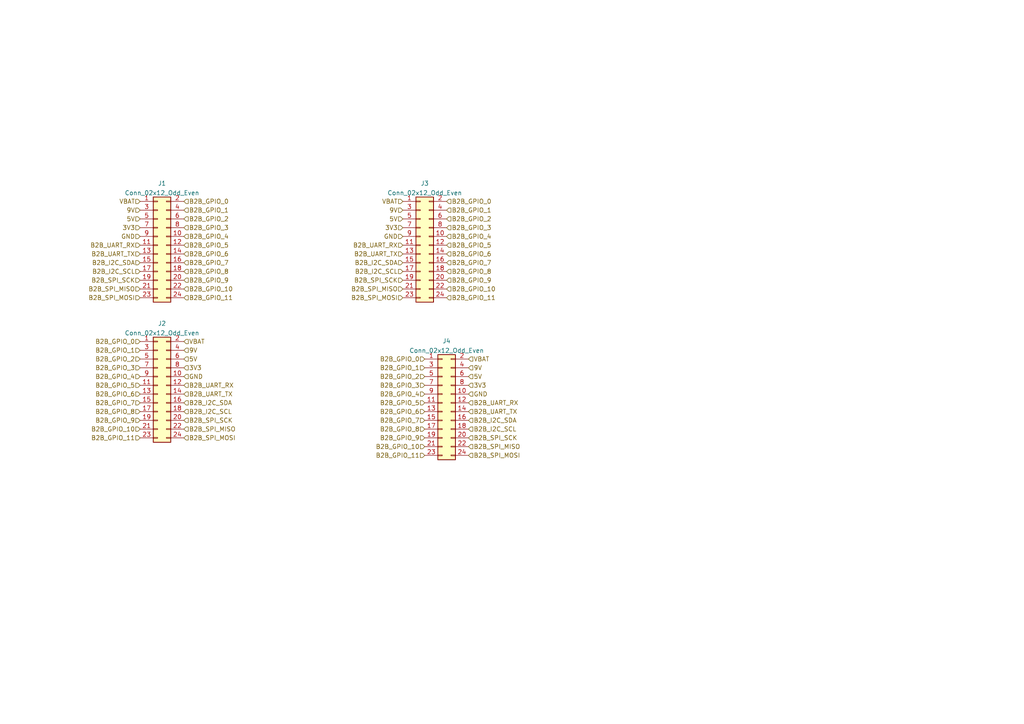
<source format=kicad_sch>
(kicad_sch (version 20211123) (generator eeschema)
  (paper "A4")
  (lib_symbols
    (symbol "Connector_Generic:Conn_02x12_Odd_Even" (pin_names (offset 1.016) hide)
      (property "Reference" "J" (at 1.27 15.24 0))
      (property "Value" "Conn_02x12_Odd_Even" (at 1.27 -17.78 0))
      (symbol "Conn_02x12_Odd_Even_1_1"
        (rectangle (start -1.27 -15.113) (end 0 -15.367) (stroke (width 0.1524)))
        (rectangle (start -1.27 -12.573) (end 0 -12.827) (stroke (width 0.1524)))
        (rectangle (start -1.27 -10.033) (end 0 -10.287) (stroke (width 0.1524)))
        (rectangle (start -1.27 -7.493) (end 0 -7.747) (stroke (width 0.1524)))
        (rectangle (start -1.27 -4.953) (end 0 -5.207) (stroke (width 0.1524)))
        (rectangle (start -1.27 -2.413) (end 0 -2.667) (stroke (width 0.1524)))
        (rectangle (start -1.27 0.127) (end 0 -0.127) (stroke (width 0.1524)))
        (rectangle (start -1.27 2.667) (end 0 2.413) (stroke (width 0.1524)))
        (rectangle (start -1.27 5.207) (end 0 4.953) (stroke (width 0.1524)))
        (rectangle (start -1.27 7.747) (end 0 7.493) (stroke (width 0.1524)))
        (rectangle (start -1.27 10.287) (end 0 10.033) (stroke (width 0.1524)))
        (rectangle (start -1.27 12.827) (end 0 12.573) (stroke (width 0.1524)))
        (rectangle (start -1.27 13.97) (end 3.81 -16.51) (stroke (width 0.254)) (fill (type background)))
        (rectangle (start 3.81 -15.113) (end 2.54 -15.367) (stroke (width 0.1524)))
        (rectangle (start 3.81 -12.573) (end 2.54 -12.827) (stroke (width 0.1524)))
        (rectangle (start 3.81 -10.033) (end 2.54 -10.287) (stroke (width 0.1524)))
        (rectangle (start 3.81 -7.493) (end 2.54 -7.747) (stroke (width 0.1524)))
        (rectangle (start 3.81 -4.953) (end 2.54 -5.207) (stroke (width 0.1524)))
        (rectangle (start 3.81 -2.413) (end 2.54 -2.667) (stroke (width 0.1524)))
        (rectangle (start 3.81 0.127) (end 2.54 -0.127) (stroke (width 0.1524)))
        (rectangle (start 3.81 2.667) (end 2.54 2.413) (stroke (width 0.1524)))
        (rectangle (start 3.81 5.207) (end 2.54 4.953) (stroke (width 0.1524)))
        (rectangle (start 3.81 7.747) (end 2.54 7.493) (stroke (width 0.1524)))
        (rectangle (start 3.81 10.287) (end 2.54 10.033) (stroke (width 0.1524)))
        (rectangle (start 3.81 12.827) (end 2.54 12.573) (stroke (width 0.1524)))
        (pin passive line (at -5.08 12.7 0) (length 3.81) (name "Pin_1") (number "1"))
        (pin passive line (at 7.62 2.54 180) (length 3.81) (name "Pin_10") (number "10"))
        (pin passive line (at -5.08 0 0) (length 3.81) (name "Pin_11") (number "11"))
        (pin passive line (at 7.62 0 180) (length 3.81) (name "Pin_12") (number "12"))
        (pin passive line (at -5.08 -2.54 0) (length 3.81) (name "Pin_13") (number "13"))
        (pin passive line (at 7.62 -2.54 180) (length 3.81) (name "Pin_14") (number "14"))
        (pin passive line (at -5.08 -5.08 0) (length 3.81) (name "Pin_15") (number "15"))
        (pin passive line (at 7.62 -5.08 180) (length 3.81) (name "Pin_16") (number "16"))
        (pin passive line (at -5.08 -7.62 0) (length 3.81) (name "Pin_17") (number "17"))
        (pin passive line (at 7.62 -7.62 180) (length 3.81) (name "Pin_18") (number "18"))
        (pin passive line (at -5.08 -10.16 0) (length 3.81) (name "Pin_19") (number "19"))
        (pin passive line (at 7.62 12.7 180) (length 3.81) (name "Pin_2") (number "2"))
        (pin passive line (at 7.62 -10.16 180) (length 3.81) (name "Pin_20") (number "20"))
        (pin passive line (at -5.08 -12.7 0) (length 3.81) (name "Pin_21") (number "21"))
        (pin passive line (at 7.62 -12.7 180) (length 3.81) (name "Pin_22") (number "22"))
        (pin passive line (at -5.08 -15.24 0) (length 3.81) (name "Pin_23") (number "23"))
        (pin passive line (at 7.62 -15.24 180) (length 3.81) (name "Pin_24") (number "24"))
        (pin passive line (at -5.08 10.16 0) (length 3.81) (name "Pin_3") (number "3"))
        (pin passive line (at 7.62 10.16 180) (length 3.81) (name "Pin_4") (number "4"))
        (pin passive line (at -5.08 7.62 0) (length 3.81) (name "Pin_5") (number "5"))
        (pin passive line (at 7.62 7.62 180) (length 3.81) (name "Pin_6") (number "6"))
        (pin passive line (at -5.08 5.08 0) (length 3.81) (name "Pin_7") (number "7"))
        (pin passive line (at 7.62 5.08 180) (length 3.81) (name "Pin_8") (number "8"))
        (pin passive line (at -5.08 2.54 0) (length 3.81) (name "Pin_9") (number "9"))
      )
    )
  )
  (hierarchical_label "B2B_GPIO_4" (shape input) (at 53.34 68.58 0))
  (hierarchical_label "B2B_GPIO_11" (shape input) (at 53.34 86.36 0))
  (hierarchical_label "B2B_GPIO_8" (shape input) (at 129.54 78.74 0))
  (hierarchical_label "B2B_SPI_MISO" (shape input) (at 116.84 83.82 180))
  (hierarchical_label "B2B_GPIO_5" (shape input) (at 129.54 71.12 0))
  (hierarchical_label "GND" (shape input) (at 135.89 114.3 0))
  (hierarchical_label "B2B_GPIO_4" (shape input) (at 129.54 68.58 0))
  (hierarchical_label "B2B_UART_TX" (shape input) (at 135.89 119.38 0))
  (hierarchical_label "B2B_GPIO_7" (shape input) (at 123.19 121.92 180))
  (hierarchical_label "B2B_I2C_SDA" (shape input) (at 135.89 121.92 0))
  (hierarchical_label "GND" (shape input) (at 116.84 68.58 180))
  (hierarchical_label "B2B_GPIO_3" (shape input) (at 40.64 106.68 180))
  (hierarchical_label "B2B_UART_TX" (shape input) (at 116.84 73.66 180))
  (hierarchical_label "B2B_SPI_MOSI" (shape input) (at 40.64 86.36 180))
  (hierarchical_label "B2B_GPIO_10" (shape input) (at 129.54 83.82 0))
  (hierarchical_label "B2B_I2C_SDA" (shape input) (at 40.64 76.2 180))
  (hierarchical_label "B2B_GPIO_9" (shape input) (at 129.54 81.28 0))
  (hierarchical_label "B2B_GPIO_2" (shape input) (at 123.19 109.22 180))
  (hierarchical_label "B2B_I2C_SDA" (shape input) (at 53.34 116.84 0))
  (hierarchical_label "B2B_GPIO_0" (shape input) (at 40.64 99.06 180))
  (hierarchical_label "B2B_I2C_SCL" (shape input) (at 116.84 78.74 180))
  (hierarchical_label "B2B_GPIO_7" (shape input) (at 53.34 76.2 0))
  (hierarchical_label "5V" (shape input) (at 53.34 104.14 0))
  (hierarchical_label "B2B_I2C_SDA" (shape input) (at 116.84 76.2 180))
  (hierarchical_label "5V" (shape input) (at 116.84 63.5 180))
  (hierarchical_label "B2B_GPIO_9" (shape input) (at 53.34 81.28 0))
  (hierarchical_label "B2B_GPIO_5" (shape input) (at 40.64 111.76 180))
  (hierarchical_label "5V" (shape input) (at 40.64 63.5 180))
  (hierarchical_label "B2B_GPIO_1" (shape input) (at 123.19 106.68 180))
  (hierarchical_label "VBAT" (shape input) (at 40.64 58.42 180))
  (hierarchical_label "3V3" (shape input) (at 40.64 66.04 180))
  (hierarchical_label "B2B_SPI_SCK" (shape input) (at 53.34 121.92 0))
  (hierarchical_label "B2B_GPIO_0" (shape input) (at 53.34 58.42 0))
  (hierarchical_label "B2B_UART_RX" (shape input) (at 40.64 71.12 180))
  (hierarchical_label "B2B_GPIO_10" (shape input) (at 123.19 129.54 180))
  (hierarchical_label "B2B_GPIO_9" (shape input) (at 40.64 121.92 180))
  (hierarchical_label "B2B_GPIO_5" (shape input) (at 53.34 71.12 0))
  (hierarchical_label "B2B_GPIO_3" (shape input) (at 129.54 66.04 0))
  (hierarchical_label "B2B_SPI_SCK" (shape input) (at 135.89 127 0))
  (hierarchical_label "B2B_SPI_MISO" (shape input) (at 40.64 83.82 180))
  (hierarchical_label "9V" (shape input) (at 135.89 106.68 0))
  (hierarchical_label "B2B_GPIO_7" (shape input) (at 129.54 76.2 0))
  (hierarchical_label "VBAT" (shape input) (at 53.34 99.06 0))
  (hierarchical_label "B2B_GPIO_8" (shape input) (at 53.34 78.74 0))
  (hierarchical_label "B2B_SPI_SCK" (shape input) (at 40.64 81.28 180))
  (hierarchical_label "B2B_GPIO_1" (shape input) (at 40.64 101.6 180))
  (hierarchical_label "B2B_GPIO_10" (shape input) (at 53.34 83.82 0))
  (hierarchical_label "B2B_GPIO_1" (shape input) (at 53.34 60.96 0))
  (hierarchical_label "3V3" (shape input) (at 135.89 111.76 0))
  (hierarchical_label "B2B_I2C_SCL" (shape input) (at 135.89 124.46 0))
  (hierarchical_label "3V3" (shape input) (at 116.84 66.04 180))
  (hierarchical_label "B2B_GPIO_4" (shape input) (at 40.64 109.22 180))
  (hierarchical_label "B2B_GPIO_6" (shape input) (at 40.64 114.3 180))
  (hierarchical_label "B2B_SPI_SCK" (shape input) (at 116.84 81.28 180))
  (hierarchical_label "B2B_GPIO_6" (shape input) (at 123.19 119.38 180))
  (hierarchical_label "B2B_GPIO_11" (shape input) (at 123.19 132.08 180))
  (hierarchical_label "VBAT" (shape input) (at 135.89 104.14 0))
  (hierarchical_label "B2B_I2C_SCL" (shape input) (at 53.34 119.38 0))
  (hierarchical_label "B2B_GPIO_0" (shape input) (at 129.54 58.42 0))
  (hierarchical_label "9V" (shape input) (at 40.64 60.96 180))
  (hierarchical_label "3V3" (shape input) (at 53.34 106.68 0))
  (hierarchical_label "B2B_GPIO_5" (shape input) (at 123.19 116.84 180))
  (hierarchical_label "B2B_GPIO_0" (shape input) (at 123.19 104.14 180))
  (hierarchical_label "B2B_UART_TX" (shape input) (at 53.34 114.3 0))
  (hierarchical_label "B2B_SPI_MISO" (shape input) (at 135.89 129.54 0))
  (hierarchical_label "VBAT" (shape input) (at 116.84 58.42 180))
  (hierarchical_label "B2B_GPIO_8" (shape input) (at 123.19 124.46 180))
  (hierarchical_label "5V" (shape input) (at 135.89 109.22 0))
  (hierarchical_label "B2B_SPI_MOSI" (shape input) (at 116.84 86.36 180))
  (hierarchical_label "B2B_GPIO_3" (shape input) (at 123.19 111.76 180))
  (hierarchical_label "GND" (shape input) (at 53.34 109.22 0))
  (hierarchical_label "B2B_UART_TX" (shape input) (at 40.64 73.66 180))
  (hierarchical_label "B2B_GPIO_2" (shape input) (at 40.64 104.14 180))
  (hierarchical_label "B2B_GPIO_6" (shape input) (at 53.34 73.66 0))
  (hierarchical_label "B2B_GPIO_11" (shape input) (at 129.54 86.36 0))
  (hierarchical_label "B2B_UART_RX" (shape input) (at 53.34 111.76 0))
  (hierarchical_label "B2B_SPI_MOSI" (shape input) (at 135.89 132.08 0))
  (hierarchical_label "B2B_UART_RX" (shape input) (at 135.89 116.84 0))
  (hierarchical_label "B2B_GPIO_6" (shape input) (at 129.54 73.66 0))
  (hierarchical_label "B2B_GPIO_7" (shape input) (at 40.64 116.84 180))
  (hierarchical_label "B2B_GPIO_11" (shape input) (at 40.64 127 180))
  (hierarchical_label "B2B_SPI_MOSI" (shape input) (at 53.34 127 0))
  (hierarchical_label "B2B_GPIO_2" (shape input) (at 53.34 63.5 0))
  (hierarchical_label "B2B_GPIO_9" (shape input) (at 123.19 127 180))
  (hierarchical_label "B2B_I2C_SCL" (shape input) (at 40.64 78.74 180))
  (hierarchical_label "B2B_GPIO_10" (shape input) (at 40.64 124.46 180))
  (hierarchical_label "B2B_GPIO_8" (shape input) (at 40.64 119.38 180))
  (hierarchical_label "B2B_GPIO_1" (shape input) (at 129.54 60.96 0))
  (hierarchical_label "B2B_GPIO_4" (shape input) (at 123.19 114.3 180))
  (hierarchical_label "GND" (shape input) (at 40.64 68.58 180))
  (hierarchical_label "B2B_SPI_MISO" (shape input) (at 53.34 124.46 0))
  (hierarchical_label "9V" (shape input) (at 53.34 101.6 0))
  (hierarchical_label "9V" (shape input) (at 116.84 60.96 180))
  (hierarchical_label "B2B_UART_RX" (shape input) (at 116.84 71.12 180))
  (hierarchical_label "B2B_GPIO_2" (shape input) (at 129.54 63.5 0))
  (hierarchical_label "B2B_GPIO_3" (shape input) (at 53.34 66.04 0))
  (symbol (lib_id "Connector_Generic:Conn_02x12_Odd_Even") (at 121.92 71.12 0) (unit 1)
    (property "Reference" "J3" (at 123.19 53.1835 0))
    (property "Value" "Conn_02x12_Odd_Even" (at 123.19 55.9586 0))
    (property "Footprint" "Connector_PinHeader_2.54mm:PinHeader_2x12_P2.54mm_Vertical_SMD" (effects hide))
  )
  (symbol (lib_id "Connector_Generic:Conn_02x12_Odd_Even") (at 45.72 71.12 0) (unit 1)
    (property "Reference" "J1" (at 46.99 53.1835 0))
    (property "Value" "Conn_02x12_Odd_Even" (at 46.99 55.9586 0))
    (property "Footprint" "Connector_PinHeader_2.54mm:PinHeader_2x12_P2.54mm_Vertical_SMD" (effects hide))
  )
  (symbol (lib_id "Connector_Generic:Conn_02x12_Odd_Even") (at 45.72 111.76 0) (unit 1)
    (property "Reference" "J2" (at 46.99 93.8235 0))
    (property "Value" "Conn_02x12_Odd_Even" (at 46.99 96.5986 0))
    (property "Footprint" "Connector_PinHeader_2.54mm:PinHeader_2x12_P2.54mm_Vertical_SMD" (effects hide))
  )
  (symbol (lib_id "Connector_Generic:Conn_02x12_Odd_Even") (at 128.27 116.84 0) (unit 1)
    (property "Reference" "J4" (at 129.54 98.9035 0))
    (property "Value" "Conn_02x12_Odd_Even" (at 129.54 101.6786 0))
    (property "Footprint" "Connector_PinHeader_2.54mm:PinHeader_2x12_P2.54mm_Vertical_SMD" (effects hide))
  )
)
</source>
